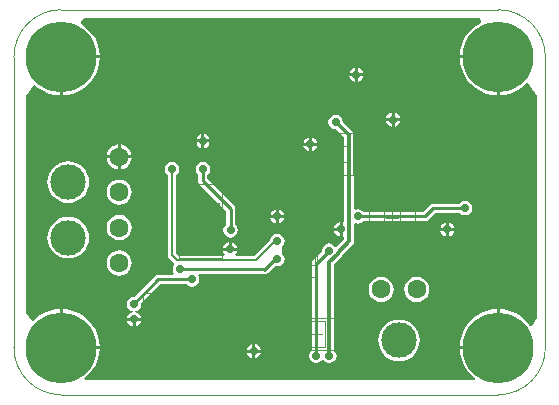
<source format=gbl>
G04*
G04 #@! TF.GenerationSoftware,Altium Limited,Altium Designer,18.1.11 (251)*
G04*
G04 Layer_Physical_Order=2*
G04 Layer_Color=16711680*
%FSLAX25Y25*%
%MOIN*%
G70*
G01*
G75*
%ADD12C,0.00787*%
%ADD13C,0.01000*%
%ADD16C,0.00394*%
%ADD17C,0.00394*%
%ADD18C,0.00197*%
%ADD55C,0.01181*%
%ADD56C,0.06299*%
%ADD57C,0.11811*%
%ADD58C,0.02756*%
%ADD59C,0.23622*%
G36*
X164652Y125430D02*
X165284Y124580D01*
X165151Y124098D01*
X165032Y124048D01*
X163313Y122995D01*
X161779Y121685D01*
X160470Y120152D01*
X159416Y118432D01*
X158644Y116569D01*
X158174Y114609D01*
X158055Y113098D01*
X170866D01*
Y112598D01*
X171366D01*
Y99787D01*
X172876Y99906D01*
X174837Y100377D01*
X176700Y101148D01*
X178420Y102202D01*
X179953Y103512D01*
X180222Y103827D01*
X180722Y103810D01*
X183888Y99551D01*
Y25483D01*
X181983Y22919D01*
X181483Y22941D01*
X181263Y23301D01*
X179953Y24835D01*
X178420Y26144D01*
X176700Y27198D01*
X174837Y27970D01*
X172876Y28440D01*
X171366Y28559D01*
Y15748D01*
X170866D01*
Y15248D01*
X158055D01*
X158174Y13738D01*
X158644Y11777D01*
X159416Y9914D01*
X160470Y8195D01*
X161779Y6661D01*
X163189Y5458D01*
X163030Y4958D01*
X33033D01*
X32875Y5458D01*
X34284Y6661D01*
X35593Y8195D01*
X36647Y9914D01*
X37418Y11777D01*
X37889Y13738D01*
X38008Y15248D01*
X25197D01*
Y15748D01*
X24697D01*
Y28559D01*
X23187Y28440D01*
X21226Y27970D01*
X19363Y27198D01*
X17643Y26144D01*
X16110Y24835D01*
X15897Y24585D01*
X15397Y24602D01*
X13416Y27268D01*
Y99551D01*
X16044Y103087D01*
X16541Y103143D01*
X17643Y102202D01*
X19363Y101148D01*
X21226Y100377D01*
X23187Y99906D01*
X24697Y99787D01*
Y112598D01*
X25197D01*
Y113098D01*
X38008D01*
X37889Y114609D01*
X37418Y116569D01*
X36647Y118432D01*
X35593Y120152D01*
X34284Y121685D01*
X32750Y122995D01*
X31755Y123605D01*
X31660Y124096D01*
X32652Y125430D01*
X164652D01*
Y125430D01*
D02*
G37*
%LPC*%
G36*
X124122Y109018D02*
Y107193D01*
X125947D01*
X125862Y107621D01*
X125337Y108407D01*
X124550Y108933D01*
X124122Y109018D01*
D02*
G37*
G36*
X123122D02*
X122694Y108933D01*
X121908Y108407D01*
X121382Y107621D01*
X121297Y107193D01*
X123122D01*
Y109018D01*
D02*
G37*
G36*
X125947Y106193D02*
X124122D01*
Y104368D01*
X124550Y104453D01*
X125337Y104979D01*
X125862Y105765D01*
X125947Y106193D01*
D02*
G37*
G36*
X123122D02*
X121297D01*
X121382Y105765D01*
X121908Y104979D01*
X122694Y104453D01*
X123122Y104368D01*
Y106193D01*
D02*
G37*
G36*
X170366Y112098D02*
X158055D01*
X158174Y110588D01*
X158644Y108627D01*
X159416Y106764D01*
X160470Y105045D01*
X161779Y103512D01*
X163313Y102202D01*
X165032Y101148D01*
X166895Y100377D01*
X168856Y99906D01*
X170366Y99787D01*
Y112098D01*
D02*
G37*
G36*
X38008D02*
X25697D01*
Y99787D01*
X27207Y99906D01*
X29168Y100377D01*
X31031Y101148D01*
X32750Y102202D01*
X34284Y103512D01*
X35593Y105045D01*
X36647Y106764D01*
X37418Y108627D01*
X37889Y110588D01*
X38008Y112098D01*
D02*
G37*
G36*
X136327Y94057D02*
Y92232D01*
X138152D01*
X138067Y92660D01*
X137541Y93447D01*
X136755Y93972D01*
X136327Y94057D01*
D02*
G37*
G36*
X135327D02*
X134899Y93972D01*
X134112Y93447D01*
X133587Y92660D01*
X133502Y92232D01*
X135327D01*
Y94057D01*
D02*
G37*
G36*
X138152Y91232D02*
X136327D01*
Y89407D01*
X136755Y89492D01*
X137541Y90018D01*
X138067Y90804D01*
X138152Y91232D01*
D02*
G37*
G36*
X135327D02*
X133502D01*
X133587Y90804D01*
X134112Y90018D01*
X134899Y89492D01*
X135327Y89407D01*
Y91232D01*
D02*
G37*
G36*
X72941Y86971D02*
Y85146D01*
X74766D01*
X74681Y85574D01*
X74155Y86360D01*
X73369Y86886D01*
X72941Y86971D01*
D02*
G37*
G36*
X71941D02*
X71513Y86886D01*
X70727Y86360D01*
X70201Y85574D01*
X70116Y85146D01*
X71941D01*
Y86971D01*
D02*
G37*
G36*
X108767Y85790D02*
Y83964D01*
X110593D01*
X110508Y84392D01*
X109982Y85179D01*
X109195Y85704D01*
X108767Y85790D01*
D02*
G37*
G36*
X107767D02*
X107340Y85704D01*
X106553Y85179D01*
X106027Y84392D01*
X105942Y83964D01*
X107767D01*
Y85790D01*
D02*
G37*
G36*
X74766Y84146D02*
X72941D01*
Y82321D01*
X73369Y82406D01*
X74155Y82931D01*
X74681Y83718D01*
X74766Y84146D01*
D02*
G37*
G36*
X71941D02*
X70116D01*
X70201Y83718D01*
X70727Y82931D01*
X71513Y82406D01*
X71941Y82321D01*
Y84146D01*
D02*
G37*
G36*
X110593Y82964D02*
X108767D01*
Y81139D01*
X109195Y81224D01*
X109982Y81750D01*
X110508Y82537D01*
X110593Y82964D01*
D02*
G37*
G36*
X107767D02*
X105942D01*
X106027Y82537D01*
X106553Y81750D01*
X107340Y81224D01*
X107767Y81139D01*
Y82964D01*
D02*
G37*
G36*
X45067Y83450D02*
Y79831D01*
X48687D01*
X48610Y80414D01*
X48192Y81423D01*
X47526Y82290D01*
X46660Y82955D01*
X45650Y83373D01*
X45067Y83450D01*
D02*
G37*
G36*
X44067D02*
X43484Y83373D01*
X42474Y82955D01*
X41607Y82290D01*
X40942Y81423D01*
X40524Y80414D01*
X40447Y79831D01*
X44067D01*
Y83450D01*
D02*
G37*
G36*
X48687Y78831D02*
X45067D01*
Y75211D01*
X45650Y75288D01*
X46660Y75706D01*
X47526Y76371D01*
X48192Y77238D01*
X48610Y78247D01*
X48687Y78831D01*
D02*
G37*
G36*
X44067D02*
X40447D01*
X40524Y78247D01*
X40942Y77238D01*
X41607Y76371D01*
X42474Y75706D01*
X43484Y75288D01*
X44067Y75211D01*
Y78831D01*
D02*
G37*
G36*
X27559Y77805D02*
X26205Y77672D01*
X24904Y77277D01*
X23704Y76636D01*
X22652Y75773D01*
X21790Y74721D01*
X21148Y73522D01*
X20753Y72220D01*
X20620Y70866D01*
X20753Y69512D01*
X21148Y68211D01*
X21790Y67011D01*
X22652Y65960D01*
X23704Y65097D01*
X24904Y64455D01*
X26205Y64061D01*
X27559Y63927D01*
X28913Y64061D01*
X30215Y64455D01*
X31414Y65097D01*
X32466Y65960D01*
X33329Y67011D01*
X33970Y68211D01*
X34365Y69512D01*
X34498Y70866D01*
X34365Y72220D01*
X33970Y73522D01*
X33329Y74721D01*
X32466Y75773D01*
X31414Y76636D01*
X30215Y77277D01*
X28913Y77672D01*
X27559Y77805D01*
D02*
G37*
G36*
X44567Y71705D02*
X43484Y71562D01*
X42474Y71144D01*
X41607Y70479D01*
X40942Y69612D01*
X40524Y68603D01*
X40382Y67520D01*
X40524Y66436D01*
X40942Y65427D01*
X41607Y64560D01*
X42474Y63895D01*
X43484Y63477D01*
X44567Y63334D01*
X45650Y63477D01*
X46660Y63895D01*
X47526Y64560D01*
X48192Y65427D01*
X48610Y66436D01*
X48752Y67520D01*
X48610Y68603D01*
X48192Y69612D01*
X47526Y70479D01*
X46660Y71144D01*
X45650Y71562D01*
X44567Y71705D01*
D02*
G37*
G36*
X97744Y61774D02*
Y59949D01*
X99569D01*
X99484Y60377D01*
X98958Y61163D01*
X98172Y61689D01*
X97744Y61774D01*
D02*
G37*
G36*
X96744D02*
X96316Y61689D01*
X95530Y61163D01*
X95004Y60377D01*
X94919Y59949D01*
X96744D01*
Y61774D01*
D02*
G37*
G36*
X116732Y93369D02*
X115805Y93185D01*
X115018Y92659D01*
X114492Y91873D01*
X114308Y90945D01*
X114492Y90017D01*
X115018Y89231D01*
X115805Y88705D01*
X116732Y88520D01*
X116842Y88542D01*
X119638Y85746D01*
Y57776D01*
X119138Y57416D01*
X119004Y57443D01*
Y55118D01*
Y52793D01*
X119138Y52820D01*
X119638Y52460D01*
Y51853D01*
X117061Y49275D01*
X116563Y49324D01*
X116281Y49746D01*
X115495Y50271D01*
X114567Y50456D01*
X113639Y50271D01*
X112853Y49746D01*
X112327Y48959D01*
X112142Y48031D01*
X112186Y47813D01*
X109155Y44782D01*
X108823Y44286D01*
X108707Y43701D01*
Y14830D01*
X108522Y14706D01*
X107996Y13920D01*
X107812Y12992D01*
X107996Y12064D01*
X108522Y11278D01*
X109308Y10752D01*
X110236Y10568D01*
X111164Y10752D01*
X111951Y11278D01*
X112152Y11578D01*
X112652D01*
X112853Y11278D01*
X113639Y10752D01*
X114567Y10568D01*
X115495Y10752D01*
X116281Y11278D01*
X116807Y12064D01*
X116991Y12992D01*
X116807Y13920D01*
X116281Y14706D01*
X116189Y14769D01*
Y43462D01*
X118470Y45743D01*
X118821Y46269D01*
X118866Y46494D01*
X122407Y50034D01*
X122758Y50560D01*
X122881Y51181D01*
Y56791D01*
X123382Y57150D01*
X124016Y57024D01*
X124944Y57209D01*
X125730Y57734D01*
X125854Y57919D01*
X146457D01*
X147042Y58036D01*
X147538Y58367D01*
X149846Y60675D01*
X158004D01*
X158128Y60490D01*
X158915Y59965D01*
X159843Y59780D01*
X160770Y59965D01*
X161557Y60490D01*
X162083Y61277D01*
X162267Y62205D01*
X162083Y63133D01*
X161557Y63919D01*
X160770Y64445D01*
X159843Y64629D01*
X158915Y64445D01*
X158128Y63919D01*
X158004Y63734D01*
X149213D01*
X148627Y63618D01*
X148131Y63286D01*
X145823Y60978D01*
X125854D01*
X125730Y61163D01*
X124944Y61689D01*
X124016Y61873D01*
X123382Y61747D01*
X122881Y62107D01*
Y86417D01*
X122758Y87038D01*
X122407Y87564D01*
X119135Y90835D01*
X119157Y90945D01*
X118972Y91873D01*
X118447Y92659D01*
X117660Y93185D01*
X116732Y93369D01*
D02*
G37*
G36*
X99569Y58949D02*
X97744D01*
Y57124D01*
X98172Y57209D01*
X98958Y57734D01*
X99484Y58521D01*
X99569Y58949D01*
D02*
G37*
G36*
X96744D02*
X94919D01*
X95004Y58521D01*
X95530Y57734D01*
X96316Y57209D01*
X96744Y57124D01*
Y58949D01*
D02*
G37*
G36*
X154437Y57443D02*
Y55618D01*
X156262D01*
X156177Y56046D01*
X155651Y56832D01*
X154865Y57358D01*
X154437Y57443D01*
D02*
G37*
G36*
X153437D02*
X153009Y57358D01*
X152223Y56832D01*
X151697Y56046D01*
X151612Y55618D01*
X153437D01*
Y57443D01*
D02*
G37*
G36*
X118004D02*
X117576Y57358D01*
X116789Y56832D01*
X116264Y56046D01*
X116179Y55618D01*
X118004D01*
Y57443D01*
D02*
G37*
G36*
X156262Y54618D02*
X154437D01*
Y52793D01*
X154865Y52878D01*
X155651Y53404D01*
X156177Y54190D01*
X156262Y54618D01*
D02*
G37*
G36*
X153437D02*
X151612D01*
X151697Y54190D01*
X152223Y53404D01*
X153009Y52878D01*
X153437Y52793D01*
Y54618D01*
D02*
G37*
G36*
X118004D02*
X116179D01*
X116264Y54190D01*
X116789Y53404D01*
X117576Y52878D01*
X118004Y52793D01*
Y54618D01*
D02*
G37*
G36*
X72441Y77621D02*
X71513Y77437D01*
X70727Y76911D01*
X70201Y76125D01*
X70016Y75197D01*
X70201Y74269D01*
X70727Y73482D01*
X70912Y73359D01*
Y71853D01*
X70813Y71358D01*
X70929Y70773D01*
X71261Y70277D01*
X80164Y61374D01*
Y56661D01*
X79979Y56537D01*
X79453Y55751D01*
X79268Y54823D01*
X79453Y53895D01*
X79979Y53108D01*
X80765Y52583D01*
X81693Y52398D01*
X82621Y52583D01*
X83407Y53108D01*
X83933Y53895D01*
X84117Y54823D01*
X83933Y55751D01*
X83407Y56537D01*
X83222Y56661D01*
Y62008D01*
X83106Y62593D01*
X82774Y63089D01*
X73970Y71893D01*
Y73359D01*
X74155Y73482D01*
X74681Y74269D01*
X74866Y75197D01*
X74681Y76125D01*
X74155Y76911D01*
X73369Y77437D01*
X72441Y77621D01*
D02*
G37*
G36*
X44567Y59894D02*
X43484Y59751D01*
X42474Y59333D01*
X41607Y58668D01*
X40942Y57801D01*
X40524Y56792D01*
X40382Y55709D01*
X40524Y54625D01*
X40942Y53616D01*
X41607Y52749D01*
X42474Y52084D01*
X43484Y51666D01*
X44567Y51523D01*
X45650Y51666D01*
X46660Y52084D01*
X47526Y52749D01*
X48192Y53616D01*
X48610Y54625D01*
X48752Y55709D01*
X48610Y56792D01*
X48192Y57801D01*
X47526Y58668D01*
X46660Y59333D01*
X45650Y59751D01*
X44567Y59894D01*
D02*
G37*
G36*
X81996Y50750D02*
Y48925D01*
X83821D01*
X83736Y49353D01*
X83210Y50140D01*
X82424Y50665D01*
X81996Y50750D01*
D02*
G37*
G36*
X80996D02*
X80568Y50665D01*
X79782Y50140D01*
X79256Y49353D01*
X79171Y48925D01*
X80996D01*
Y50750D01*
D02*
G37*
G36*
X27559Y59301D02*
X26205Y59168D01*
X24904Y58773D01*
X23704Y58132D01*
X22652Y57269D01*
X21790Y56217D01*
X21148Y55018D01*
X20753Y53716D01*
X20620Y52362D01*
X20753Y51008D01*
X21148Y49707D01*
X21790Y48507D01*
X22652Y47456D01*
X23704Y46593D01*
X24904Y45952D01*
X26205Y45557D01*
X27559Y45423D01*
X28913Y45557D01*
X30215Y45952D01*
X31414Y46593D01*
X32466Y47456D01*
X33329Y48507D01*
X33970Y49707D01*
X34365Y51008D01*
X34498Y52362D01*
X34365Y53716D01*
X33970Y55018D01*
X33329Y56217D01*
X32466Y57269D01*
X31414Y58132D01*
X30215Y58773D01*
X28913Y59168D01*
X27559Y59301D01*
D02*
G37*
G36*
X62205Y77621D02*
X61277Y77437D01*
X60490Y76911D01*
X59965Y76125D01*
X59780Y75197D01*
X59965Y74269D01*
X60490Y73482D01*
X60784Y73286D01*
Y46457D01*
X60892Y45913D01*
X61200Y45452D01*
X62775Y43877D01*
X62794Y43864D01*
X62908Y43187D01*
X62622Y42759D01*
X62438Y41831D01*
X62622Y40903D01*
X62882Y40514D01*
X62615Y40014D01*
X57579D01*
X56994Y39897D01*
X56497Y39566D01*
X49628Y32696D01*
X49409Y32739D01*
X48482Y32555D01*
X47695Y32029D01*
X47170Y31243D01*
X46985Y30315D01*
X47170Y29387D01*
X47695Y28600D01*
X48482Y28075D01*
X49101Y27952D01*
Y27442D01*
X48580Y27338D01*
X47793Y26813D01*
X47268Y26026D01*
X47183Y25598D01*
X51833D01*
X51748Y26026D01*
X51222Y26813D01*
X50436Y27338D01*
X49817Y27462D01*
Y27971D01*
X50337Y28075D01*
X51124Y28600D01*
X51649Y29387D01*
X51834Y30315D01*
X51791Y30533D01*
X58212Y36955D01*
X66961D01*
X67085Y36770D01*
X67871Y36244D01*
X68799Y36060D01*
X69727Y36244D01*
X70514Y36770D01*
X71039Y37556D01*
X71224Y38484D01*
X71039Y39412D01*
X70779Y39801D01*
X71046Y40301D01*
X92419D01*
X92913Y40203D01*
X93499Y40319D01*
X93995Y40651D01*
X96369Y43025D01*
X97244Y42851D01*
X98172Y43036D01*
X98958Y43561D01*
X99484Y44348D01*
X99669Y45276D01*
X99484Y46203D01*
X98958Y46990D01*
Y49467D01*
X99484Y50253D01*
X99669Y51181D01*
X99484Y52109D01*
X98958Y52895D01*
X98172Y53421D01*
X97244Y53606D01*
X96316Y53421D01*
X95530Y52895D01*
X95004Y52109D01*
X94912Y51646D01*
X89569Y46303D01*
X83432D01*
X83272Y46803D01*
X83736Y47497D01*
X83821Y47925D01*
X79171D01*
X79256Y47497D01*
X79720Y46803D01*
X79561Y46303D01*
X64368D01*
X63626Y47045D01*
Y73286D01*
X63919Y73482D01*
X64445Y74269D01*
X64629Y75197D01*
X64445Y76125D01*
X63919Y76911D01*
X63133Y77437D01*
X62205Y77621D01*
D02*
G37*
G36*
X44567Y48083D02*
X43484Y47940D01*
X42474Y47522D01*
X41607Y46857D01*
X40942Y45990D01*
X40524Y44981D01*
X40382Y43898D01*
X40524Y42814D01*
X40942Y41805D01*
X41607Y40938D01*
X42474Y40273D01*
X43484Y39855D01*
X44567Y39712D01*
X45650Y39855D01*
X46660Y40273D01*
X47526Y40938D01*
X48192Y41805D01*
X48610Y42814D01*
X48752Y43898D01*
X48610Y44981D01*
X48192Y45990D01*
X47526Y46857D01*
X46660Y47522D01*
X45650Y47940D01*
X44567Y48083D01*
D02*
G37*
G36*
X143701Y39303D02*
X142617Y39161D01*
X141608Y38743D01*
X140741Y38078D01*
X140076Y37211D01*
X139658Y36201D01*
X139515Y35118D01*
X139658Y34035D01*
X140076Y33025D01*
X140741Y32159D01*
X141608Y31493D01*
X142617Y31075D01*
X143701Y30933D01*
X144784Y31075D01*
X145793Y31493D01*
X146660Y32159D01*
X147326Y33025D01*
X147744Y34035D01*
X147886Y35118D01*
X147744Y36201D01*
X147326Y37211D01*
X146660Y38078D01*
X145793Y38743D01*
X144784Y39161D01*
X143701Y39303D01*
D02*
G37*
G36*
X131890D02*
X130807Y39161D01*
X129797Y38743D01*
X128930Y38078D01*
X128265Y37211D01*
X127847Y36201D01*
X127704Y35118D01*
X127847Y34035D01*
X128265Y33025D01*
X128930Y32159D01*
X129797Y31493D01*
X130807Y31075D01*
X131890Y30933D01*
X132973Y31075D01*
X133983Y31493D01*
X134849Y32159D01*
X135514Y33025D01*
X135933Y34035D01*
X136075Y35118D01*
X135933Y36201D01*
X135514Y37211D01*
X134849Y38078D01*
X133983Y38743D01*
X132973Y39161D01*
X131890Y39303D01*
D02*
G37*
G36*
X51833Y24598D02*
X50008D01*
Y22773D01*
X50436Y22858D01*
X51222Y23384D01*
X51748Y24171D01*
X51833Y24598D01*
D02*
G37*
G36*
X49008D02*
X47183D01*
X47268Y24171D01*
X47793Y23384D01*
X48580Y22858D01*
X49008Y22773D01*
Y24598D01*
D02*
G37*
G36*
X170366Y28559D02*
X168856Y28440D01*
X166895Y27970D01*
X165032Y27198D01*
X163313Y26144D01*
X161779Y24835D01*
X160470Y23301D01*
X159416Y21582D01*
X158644Y19719D01*
X158174Y17758D01*
X158055Y16248D01*
X170366D01*
Y28559D01*
D02*
G37*
G36*
X25697D02*
Y16248D01*
X38008D01*
X37889Y17758D01*
X37418Y19719D01*
X36647Y21582D01*
X35593Y23301D01*
X34284Y24835D01*
X32750Y26144D01*
X31031Y27198D01*
X29168Y27970D01*
X27207Y28440D01*
X25697Y28559D01*
D02*
G37*
G36*
X89870Y16892D02*
Y15067D01*
X91695D01*
X91610Y15495D01*
X91084Y16281D01*
X90298Y16807D01*
X89870Y16892D01*
D02*
G37*
G36*
X88870D02*
X88442Y16807D01*
X87656Y16281D01*
X87130Y15495D01*
X87045Y15067D01*
X88870D01*
Y16892D01*
D02*
G37*
G36*
X91695Y14067D02*
X89870D01*
Y12242D01*
X90298Y12327D01*
X91084Y12853D01*
X91610Y13639D01*
X91695Y14067D01*
D02*
G37*
G36*
X88870D02*
X87045D01*
X87130Y13639D01*
X87656Y12853D01*
X88442Y12327D01*
X88870Y12242D01*
Y14067D01*
D02*
G37*
G36*
X137795Y25049D02*
X136442Y24916D01*
X135140Y24521D01*
X133940Y23880D01*
X132889Y23017D01*
X132026Y21965D01*
X131385Y20766D01*
X130990Y19464D01*
X130856Y18110D01*
X130990Y16757D01*
X131385Y15455D01*
X132026Y14255D01*
X132889Y13204D01*
X133940Y12341D01*
X135140Y11699D01*
X136442Y11305D01*
X137795Y11171D01*
X139149Y11305D01*
X140451Y11699D01*
X141650Y12341D01*
X142702Y13204D01*
X143565Y14255D01*
X144206Y15455D01*
X144601Y16757D01*
X144734Y18110D01*
X144601Y19464D01*
X144206Y20766D01*
X143565Y21965D01*
X142702Y23017D01*
X141650Y23880D01*
X140451Y24521D01*
X139149Y24916D01*
X137795Y25049D01*
D02*
G37*
%LPD*%
D12*
X96457Y51181D02*
X97244D01*
X90158Y44882D02*
X96457Y51181D01*
X62205Y46457D02*
Y75197D01*
Y46457D02*
X63779Y44882D01*
X90158D01*
D13*
X96457Y45276D02*
X97244D01*
X92913Y41732D02*
X96457Y45276D01*
X72441Y71457D02*
Y75197D01*
X72342Y71358D02*
X72441Y71457D01*
X64862Y41831D02*
X92815D01*
X92913Y41732D01*
X49409Y30315D02*
X57579Y38484D01*
X68799D01*
X72342Y71358D02*
X81693Y62008D01*
Y54823D02*
Y62008D01*
X110236Y43701D02*
X114567Y48031D01*
X110236Y12992D02*
Y43701D01*
X146457Y59449D02*
X149213Y62205D01*
X124016Y59449D02*
X146457D01*
X149213Y62205D02*
X159843D01*
D16*
X9449Y112598D02*
D03*
X186614Y15748D02*
D03*
D17*
X170866Y-0D02*
G03*
X186614Y15748I0J15748D01*
G01*
X9449Y15748D02*
G03*
X25197Y0I15748J0D01*
G01*
X186614Y112598D02*
G03*
X170866Y128347I-15748J0D01*
G01*
X25197D02*
G03*
X9449Y112598I0J-15748D01*
G01*
X25197Y128347D02*
X170866D01*
X9449Y15748D02*
Y112598D01*
X25197Y0D02*
X170866D01*
X186614Y15748D02*
Y112598D01*
X71063Y55315D02*
G03*
X71063Y55315I-1969J0D01*
G01*
X106102Y46457D02*
G03*
X106102Y46457I-1575J0D01*
G01*
X89370Y58760D02*
Y65650D01*
X85630Y58760D02*
Y65650D01*
X89370D01*
X85630Y58760D02*
X89370D01*
X53543Y24705D02*
X57284D01*
X53543Y31594D02*
X57284D01*
X53543Y24705D02*
Y31594D01*
X57284Y24705D02*
Y31594D01*
X80807Y31398D02*
X84547D01*
X80807Y24508D02*
X84547D01*
Y31398D01*
X80807Y24508D02*
Y31398D01*
X53642Y56595D02*
X57382D01*
X53642Y49705D02*
X57382D01*
Y56595D01*
X53642Y49705D02*
Y56595D01*
X107480Y16043D02*
X112992D01*
X107480Y24508D02*
X112992D01*
Y16043D02*
Y24508D01*
X107480Y16043D02*
Y24508D01*
X160236Y47933D02*
X168898D01*
X160236Y42618D02*
X168898D01*
X160236D02*
Y47933D01*
X168898Y42618D02*
Y47933D01*
X113091Y77559D02*
Y83071D01*
X121555Y77559D02*
Y83071D01*
X113091Y77559D02*
X121555D01*
X113091Y83071D02*
X121555D01*
X54035Y88779D02*
X59350D01*
X54035Y80512D02*
X59350D01*
Y88779D01*
X54035Y80512D02*
Y88779D01*
X173917Y66929D02*
Y72441D01*
X165453Y66929D02*
Y72441D01*
X173917D01*
X165453Y66929D02*
X173917D01*
X75689Y80315D02*
X81004D01*
X75689Y88976D02*
X81004D01*
X75689Y80315D02*
Y88976D01*
X81004Y80315D02*
Y88976D01*
X63878D02*
X69193D01*
X63878Y80315D02*
X69193D01*
Y88976D01*
X63878Y80315D02*
Y88976D01*
X65551Y51772D02*
X77756D01*
X65551Y63976D02*
X77756D01*
X65551Y51772D02*
Y63976D01*
X77756Y51772D02*
Y63976D01*
X95374Y103839D02*
X100689D01*
X95374Y95177D02*
X100689D01*
Y103839D01*
X95374Y95177D02*
Y103839D01*
X83957Y103937D02*
X89272D01*
X83957Y95276D02*
X89272D01*
Y103937D01*
X83957Y95276D02*
Y103937D01*
X134685Y109449D02*
Y114961D01*
X143268Y109449D02*
Y114961D01*
X134685D02*
X143268D01*
X134685Y109449D02*
X143268D01*
X160236Y52461D02*
X168898D01*
X160236Y57775D02*
X168898D01*
Y52461D02*
Y57775D01*
X160236Y52461D02*
Y57775D01*
X134646Y81988D02*
X143307D01*
X134646Y87303D02*
X143307D01*
Y81988D02*
Y87303D01*
X134646Y81988D02*
Y87303D01*
X134843Y95768D02*
Y101083D01*
X143110Y95768D02*
Y101083D01*
X134843D02*
X143110D01*
X134843Y95768D02*
X143110D01*
X93799Y24409D02*
Y33071D01*
X99114Y24409D02*
Y33071D01*
X93799Y24409D02*
X99114D01*
X93799Y33071D02*
X99114D01*
X66240Y24409D02*
Y33071D01*
X71555Y24409D02*
Y33071D01*
X66240Y24409D02*
X71555D01*
X66240Y33071D02*
X71555D01*
X132677Y53071D02*
X138189D01*
X132677Y65039D02*
X138189D01*
Y53071D02*
Y65039D01*
X132677Y53071D02*
Y65039D01*
X101378Y43307D02*
X109646D01*
X101378Y52756D02*
X109646D01*
X101378Y43307D02*
Y52756D01*
X109646Y43307D02*
Y52756D01*
X85630Y62205D02*
X89370D01*
X87500Y60335D02*
Y64075D01*
X55413Y26280D02*
Y30020D01*
X53543Y28150D02*
X57284D01*
X82677Y26083D02*
Y29823D01*
X80807Y27953D02*
X84547D01*
X55512Y51279D02*
Y55020D01*
X53642Y53150D02*
X57382D01*
X110236Y18307D02*
Y22244D01*
X108268Y20276D02*
X112205D01*
X164567Y43307D02*
Y47244D01*
X162598Y45276D02*
X166535D01*
X115354Y80315D02*
X119291D01*
X117323Y78347D02*
Y82284D01*
X56693Y82677D02*
Y86614D01*
X54724Y84646D02*
X58661D01*
X167717Y69685D02*
X171653D01*
X169685Y67716D02*
Y71653D01*
X78347Y82677D02*
Y86614D01*
X76378Y84646D02*
X80315D01*
X66535Y82677D02*
Y86614D01*
X64567Y84646D02*
X68504D01*
X71654Y55905D02*
Y59842D01*
X69685Y57874D02*
X73622D01*
X98032Y97539D02*
Y101476D01*
X96063Y99508D02*
X100000D01*
X86614Y97638D02*
Y101575D01*
X84646Y99606D02*
X88583D01*
X137008Y112205D02*
X140945D01*
X138977Y110236D02*
Y114173D01*
X164567Y53149D02*
Y57086D01*
X162598Y55118D02*
X166535D01*
X138976Y82677D02*
Y86614D01*
X137008Y84646D02*
X140945D01*
X137008Y98425D02*
X140945D01*
X138977Y96457D02*
Y100394D01*
X94488Y28740D02*
X98425D01*
X96457Y26772D02*
Y30709D01*
X66929Y28740D02*
X70866D01*
X68898Y26772D02*
Y30709D01*
X135433Y57087D02*
Y61024D01*
X133465Y59055D02*
X137402D01*
X105512Y46063D02*
Y50000D01*
X103543Y48031D02*
X107480D01*
D18*
X90453Y56299D02*
Y68110D01*
X84547Y56299D02*
Y68110D01*
X90453D01*
X84547Y56299D02*
X90453D01*
X52461Y22244D02*
X58366D01*
X52461Y34055D02*
X58366D01*
X52461Y22244D02*
Y34055D01*
X58366Y22244D02*
Y34055D01*
X79724Y33858D02*
X85630D01*
X79724Y22047D02*
X85630D01*
Y33858D01*
X79724Y22047D02*
Y33858D01*
X52559Y59055D02*
X58465D01*
X52559Y47244D02*
X58465D01*
Y59055D01*
X52559Y47244D02*
Y59055D01*
X103150Y14961D02*
X117323D01*
X103150Y25591D02*
X117323D01*
Y14961D02*
Y25591D01*
X103150Y14961D02*
Y25591D01*
X157874Y49016D02*
X171260D01*
X157874Y41535D02*
X171260D01*
X157874D02*
Y49016D01*
X171260Y41535D02*
Y49016D01*
X112008Y73228D02*
Y87402D01*
X122638Y73228D02*
Y87402D01*
X112008Y73228D02*
X122638D01*
X112008Y87402D02*
X122638D01*
X52953Y91339D02*
X60433D01*
X52953Y77953D02*
X60433D01*
Y91339D01*
X52953Y77953D02*
Y91339D01*
X175000Y62598D02*
Y76772D01*
X164370Y62598D02*
Y76772D01*
X175000D01*
X164370Y62598D02*
X175000D01*
X74606Y77953D02*
X82087D01*
X74606Y91339D02*
X82087D01*
X74606Y77953D02*
Y91339D01*
X82087Y77953D02*
Y91339D01*
X62795Y91339D02*
X70276D01*
X62795Y77953D02*
X70276D01*
Y91339D01*
X62795Y77953D02*
Y91339D01*
X64567Y45472D02*
X78740D01*
X64567Y70275D02*
X78740D01*
X64567Y45472D02*
Y70275D01*
X78740Y45472D02*
Y70275D01*
X94291Y106201D02*
X101772D01*
X94291Y92815D02*
X101772D01*
Y106201D01*
X94291Y92815D02*
Y106201D01*
X82874Y106299D02*
X90354D01*
X82874Y92913D02*
X90354D01*
Y106299D01*
X82874Y92913D02*
Y106299D01*
X132283Y108465D02*
Y115945D01*
X145669Y108465D02*
Y115945D01*
X132283D02*
X145669D01*
X132283Y108465D02*
X145669D01*
X157874Y51378D02*
X171260D01*
X157874Y58858D02*
X171260D01*
Y51378D02*
Y58858D01*
X157874Y51378D02*
Y58858D01*
X132283Y80906D02*
X145669D01*
X132283Y88386D02*
X145669D01*
Y80906D02*
Y88386D01*
X132283Y80906D02*
Y88386D01*
X132283Y94685D02*
Y102165D01*
X145669Y94685D02*
Y102165D01*
X132283D02*
X145669D01*
X132283Y94685D02*
X145669D01*
X92716Y22047D02*
Y35433D01*
X100197Y22047D02*
Y35433D01*
X92716Y22047D02*
X100197D01*
X92716Y35433D02*
X100197D01*
X65158Y22047D02*
Y35433D01*
X72638Y22047D02*
Y35433D01*
X65158Y22047D02*
X72638D01*
X65158Y35433D02*
X72638D01*
X127854Y52165D02*
X143012D01*
X127854Y65945D02*
X143012D01*
Y52165D02*
Y65945D01*
X127854Y52165D02*
Y65945D01*
X100394Y39272D02*
X110630D01*
X100394Y56791D02*
X110630D01*
X100394Y39272D02*
Y56791D01*
X110630Y39272D02*
Y56791D01*
D55*
X116732Y90945D02*
X121260Y86417D01*
Y51181D02*
Y86417D01*
X117323Y47244D02*
X121260Y51181D01*
X117323Y46890D02*
Y47244D01*
X114567Y44134D02*
X117323Y46890D01*
X114567Y12992D02*
Y44134D01*
D56*
X44567Y43898D02*
D03*
Y55709D02*
D03*
Y67520D02*
D03*
Y79331D02*
D03*
X143701Y35118D02*
D03*
X131890D02*
D03*
D57*
X27559Y70866D02*
D03*
Y52362D02*
D03*
X137795Y18110D02*
D03*
D58*
X108267Y83464D02*
D03*
X97244Y45276D02*
D03*
Y51181D02*
D03*
Y59449D02*
D03*
X72441Y75197D02*
D03*
X62205D02*
D03*
X116732Y90945D02*
D03*
X114567Y12992D02*
D03*
X123622Y106693D02*
D03*
X135827Y91732D02*
D03*
X72441Y84646D02*
D03*
X64862Y41831D02*
D03*
X68799Y38484D02*
D03*
X81693Y54823D02*
D03*
X49409Y30315D02*
D03*
X81496Y48425D02*
D03*
X110236Y12992D02*
D03*
X114567Y48031D02*
D03*
X118504Y55118D02*
D03*
X124016Y59449D02*
D03*
X159843Y62205D02*
D03*
X153937Y55118D02*
D03*
X89370Y14567D02*
D03*
X49508Y25098D02*
D03*
D59*
X25197Y112598D02*
D03*
X170866D02*
D03*
Y15748D02*
D03*
X25197D02*
D03*
M02*

</source>
